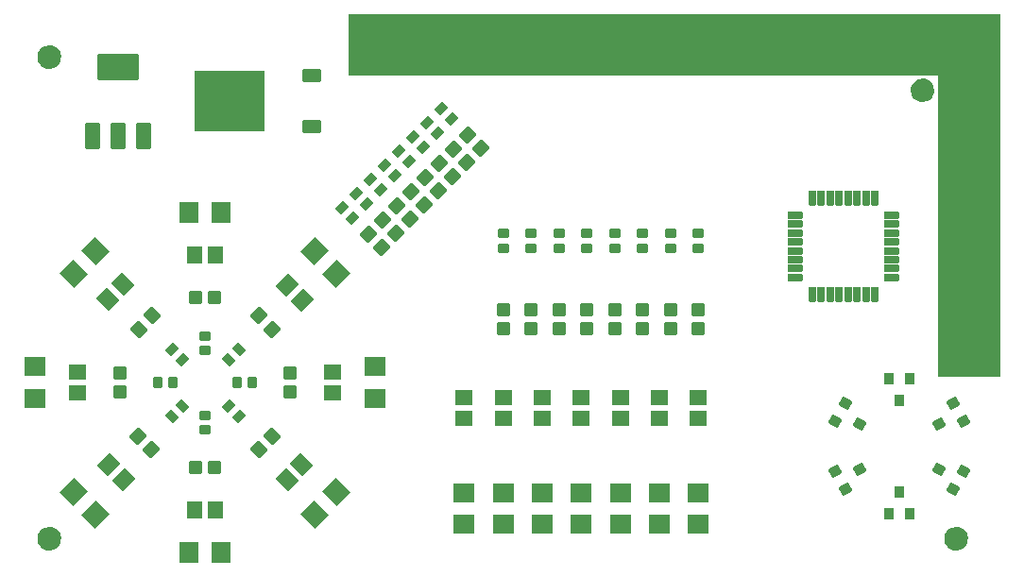
<source format=gbr>
%TF.GenerationSoftware,KiCad,Pcbnew,6.0.11-2627ca5db0~126~ubuntu20.04.1*%
%TF.CreationDate,2023-07-21T22:08:41+02:00*%
%TF.ProjectId,Demo Board v2,44656d6f-2042-46f6-9172-642076322e6b,rev?*%
%TF.SameCoordinates,Original*%
%TF.FileFunction,Soldermask,Bot*%
%TF.FilePolarity,Negative*%
%FSLAX46Y46*%
G04 Gerber Fmt 4.6, Leading zero omitted, Abs format (unit mm)*
G04 Created by KiCad (PCBNEW 6.0.11-2627ca5db0~126~ubuntu20.04.1) date 2023-07-21 22:08:41*
%MOMM*%
%LPD*%
G01*
G04 APERTURE LIST*
G04 Aperture macros list*
%AMRoundRect*
0 Rectangle with rounded corners*
0 $1 Rounding radius*
0 $2 $3 $4 $5 $6 $7 $8 $9 X,Y pos of 4 corners*
0 Add a 4 corners polygon primitive as box body*
4,1,4,$2,$3,$4,$5,$6,$7,$8,$9,$2,$3,0*
0 Add four circle primitives for the rounded corners*
1,1,$1+$1,$2,$3*
1,1,$1+$1,$4,$5*
1,1,$1+$1,$6,$7*
1,1,$1+$1,$8,$9*
0 Add four rect primitives between the rounded corners*
20,1,$1+$1,$2,$3,$4,$5,0*
20,1,$1+$1,$4,$5,$6,$7,0*
20,1,$1+$1,$6,$7,$8,$9,0*
20,1,$1+$1,$8,$9,$2,$3,0*%
G04 Aperture macros list end*
%ADD10C,0.100000*%
%ADD11RoundRect,0.050800X-0.550000X0.500000X-0.550000X-0.500000X0.550000X-0.500000X0.550000X0.500000X0*%
%ADD12RoundRect,0.050800X-0.750000X0.650000X-0.750000X-0.650000X0.750000X-0.650000X0.750000X0.650000X0*%
%ADD13RoundRect,0.050800X-0.450000X0.350000X-0.450000X-0.350000X0.450000X-0.350000X0.450000X0.350000X0*%
%ADD14RoundRect,0.050800X-0.989949X-0.070711X-0.070711X-0.989949X0.989949X0.070711X0.070711X0.989949X0*%
%ADD15RoundRect,0.050800X-0.650000X-0.750000X0.650000X-0.750000X0.650000X0.750000X-0.650000X0.750000X0*%
%ADD16RoundRect,0.050800X0.742462X0.035355X0.035355X0.742462X-0.742462X-0.035355X-0.035355X-0.742462X0*%
%ADD17RoundRect,0.050800X0.800000X0.901500X-0.800000X0.901500X-0.800000X-0.901500X0.800000X-0.901500X0*%
%ADD18RoundRect,0.050800X0.071771X-1.203142X1.203142X-0.071771X-0.071771X1.203142X-1.203142X0.071771X0*%
%ADD19RoundRect,0.050800X0.901500X-0.800000X0.901500X0.800000X-0.901500X0.800000X-0.901500X-0.800000X0*%
%ADD20RoundRect,0.050800X-0.565685X-0.070711X-0.070711X-0.565685X0.565685X0.070711X0.070711X0.565685X0*%
%ADD21RoundRect,0.050800X0.635000X0.279400X-0.635000X0.279400X-0.635000X-0.279400X0.635000X-0.279400X0*%
%ADD22RoundRect,0.050800X0.279400X0.635000X-0.279400X0.635000X-0.279400X-0.635000X0.279400X-0.635000X0*%
%ADD23RoundRect,0.050800X-0.071771X1.203142X-1.203142X0.071771X0.071771X-1.203142X1.203142X-0.071771X0*%
%ADD24RoundRect,0.050800X0.750000X-0.650000X0.750000X0.650000X-0.750000X0.650000X-0.750000X-0.650000X0*%
%ADD25RoundRect,0.050800X0.450000X-0.350000X0.450000X0.350000X-0.450000X0.350000X-0.450000X-0.350000X0*%
%ADD26RoundRect,0.050800X-0.189711X0.571410X-0.589711X-0.121410X0.189711X-0.571410X0.589711X0.121410X0*%
%ADD27RoundRect,0.050800X-0.800000X0.500000X-0.800000X-0.500000X0.800000X-0.500000X0.800000X0.500000X0*%
%ADD28RoundRect,0.050800X-3.100000X2.700000X-3.100000X-2.700000X3.100000X-2.700000X3.100000X2.700000X0*%
%ADD29RoundRect,0.050800X-0.350000X-0.450000X0.350000X-0.450000X0.350000X0.450000X-0.350000X0.450000X0*%
%ADD30RoundRect,0.050800X0.565685X0.070711X0.070711X0.565685X-0.565685X-0.070711X-0.070711X-0.565685X0*%
%ADD31RoundRect,0.050800X-0.742462X-0.035355X-0.035355X-0.742462X0.742462X0.035355X0.035355X0.742462X0*%
%ADD32RoundRect,0.050800X0.609600X1.117600X-0.609600X1.117600X-0.609600X-1.117600X0.609600X-1.117600X0*%
%ADD33RoundRect,0.050800X1.800000X1.100000X-1.800000X1.100000X-1.800000X-1.100000X1.800000X-1.100000X0*%
%ADD34RoundRect,0.050800X0.989949X0.070711X0.070711X0.989949X-0.989949X-0.070711X-0.070711X-0.989949X0*%
%ADD35RoundRect,0.050800X-0.070711X0.989949X-0.989949X0.070711X0.070711X-0.989949X0.989949X-0.070711X0*%
%ADD36RoundRect,0.050800X-0.035355X0.742462X-0.742462X0.035355X0.035355X-0.742462X0.742462X-0.035355X0*%
%ADD37RoundRect,0.050800X0.589711X-0.121410X0.189711X0.571410X-0.589711X0.121410X-0.189711X-0.571410X0*%
%ADD38RoundRect,0.050800X0.650000X0.750000X-0.650000X0.750000X-0.650000X-0.750000X0.650000X-0.750000X0*%
%ADD39RoundRect,0.050800X-1.203142X-0.071771X-0.071771X-1.203142X1.203142X0.071771X0.071771X1.203142X0*%
%ADD40RoundRect,0.050800X0.400000X0.450000X-0.400000X0.450000X-0.400000X-0.450000X0.400000X-0.450000X0*%
%ADD41RoundRect,0.050800X-0.589711X0.121410X-0.189711X-0.571410X0.589711X-0.121410X0.189711X0.571410X0*%
%ADD42RoundRect,0.050800X-0.400000X-0.450000X0.400000X-0.450000X0.400000X0.450000X-0.400000X0.450000X0*%
%ADD43RoundRect,0.050800X-0.500000X-0.550000X0.500000X-0.550000X0.500000X0.550000X-0.500000X0.550000X0*%
%ADD44RoundRect,0.050800X-0.070711X0.565685X-0.565685X0.070711X0.070711X-0.565685X0.565685X-0.070711X0*%
%ADD45RoundRect,0.050800X0.035355X-0.742462X0.742462X-0.035355X-0.035355X0.742462X-0.742462X0.035355X0*%
%ADD46RoundRect,0.050800X-0.800000X-0.901500X0.800000X-0.901500X0.800000X0.901500X-0.800000X0.901500X0*%
%ADD47RoundRect,0.050800X-0.901500X0.800000X-0.901500X-0.800000X0.901500X-0.800000X0.901500X0.800000X0*%
%ADD48RoundRect,0.050800X0.189711X-0.571410X0.589711X0.121410X-0.189711X0.571410X-0.589711X-0.121410X0*%
%ADD49RoundRect,0.050800X0.070711X-0.989949X0.989949X-0.070711X-0.070711X0.989949X-0.989949X0.070711X0*%
%ADD50RoundRect,0.050800X0.350000X0.450000X-0.350000X0.450000X-0.350000X-0.450000X0.350000X-0.450000X0*%
%ADD51RoundRect,0.050800X1.203142X0.071771X0.071771X1.203142X-1.203142X-0.071771X-0.071771X-1.203142X0*%
G04 APERTURE END LIST*
D10*
X193040000Y-79560000D02*
X187500000Y-79560000D01*
X187500000Y-79560000D02*
X187500000Y-112000000D01*
X187500000Y-112000000D02*
X193040000Y-112000000D01*
X193040000Y-112000000D02*
X193040000Y-79560000D01*
G36*
X193040000Y-79560000D02*
G01*
X187500000Y-79560000D01*
X187500000Y-112000000D01*
X193040000Y-112000000D01*
X193040000Y-79560000D01*
G37*
X134710000Y-79560000D02*
X193000000Y-79560000D01*
X193000000Y-79560000D02*
X193000000Y-85000000D01*
X193000000Y-85000000D02*
X134710000Y-85000000D01*
X134710000Y-85000000D02*
X134710000Y-79560000D01*
G36*
X134710000Y-79560000D02*
G01*
X193000000Y-79560000D01*
X193000000Y-85000000D01*
X134710000Y-85000000D01*
X134710000Y-79560000D01*
G37*
%TO.C,FID-8*%
G36*
X189348638Y-125550234D02*
G01*
X189548201Y-125610770D01*
X189732119Y-125709076D01*
X189893326Y-125841374D01*
X190025624Y-126002581D01*
X190125422Y-126189290D01*
X190205217Y-126590450D01*
X190184466Y-126801138D01*
X190123930Y-127000701D01*
X190025624Y-127184619D01*
X189893326Y-127345826D01*
X189732119Y-127478124D01*
X189545410Y-127577922D01*
X189144250Y-127657717D01*
X188933562Y-127636966D01*
X188733999Y-127576430D01*
X188550081Y-127478124D01*
X188388874Y-127345826D01*
X188256576Y-127184619D01*
X188156778Y-126997910D01*
X188076983Y-126596750D01*
X188097734Y-126386062D01*
X188158270Y-126186499D01*
X188256576Y-126002581D01*
X188388874Y-125841374D01*
X188550081Y-125709076D01*
X188736790Y-125609278D01*
X189137950Y-125529483D01*
X189348638Y-125550234D01*
G37*
%TO.C,FID-7*%
G36*
X186348638Y-85370234D02*
G01*
X186548201Y-85430770D01*
X186732119Y-85529076D01*
X186893326Y-85661374D01*
X187025624Y-85822581D01*
X187125422Y-86009290D01*
X187205217Y-86410450D01*
X187184466Y-86621138D01*
X187123930Y-86820701D01*
X187025624Y-87004619D01*
X186893326Y-87165826D01*
X186732119Y-87298124D01*
X186545410Y-87397922D01*
X186144250Y-87477717D01*
X185933562Y-87456966D01*
X185733999Y-87396430D01*
X185550081Y-87298124D01*
X185388874Y-87165826D01*
X185256576Y-87004619D01*
X185156778Y-86817910D01*
X185076983Y-86416750D01*
X185097734Y-86206062D01*
X185158270Y-86006499D01*
X185256576Y-85822581D01*
X185388874Y-85661374D01*
X185550081Y-85529076D01*
X185736790Y-85429278D01*
X186137950Y-85349483D01*
X186348638Y-85370234D01*
G37*
%TO.C,FID-5*%
G36*
X108068638Y-125550234D02*
G01*
X108268201Y-125610770D01*
X108452119Y-125709076D01*
X108613326Y-125841374D01*
X108745624Y-126002581D01*
X108845422Y-126189290D01*
X108925217Y-126590450D01*
X108904466Y-126801138D01*
X108843930Y-127000701D01*
X108745624Y-127184619D01*
X108613326Y-127345826D01*
X108452119Y-127478124D01*
X108265410Y-127577922D01*
X107864250Y-127657717D01*
X107653562Y-127636966D01*
X107453999Y-127576430D01*
X107270081Y-127478124D01*
X107108874Y-127345826D01*
X106976576Y-127184619D01*
X106876778Y-126997910D01*
X106796983Y-126596750D01*
X106817734Y-126386062D01*
X106878270Y-126186499D01*
X106976576Y-126002581D01*
X107108874Y-125841374D01*
X107270081Y-125709076D01*
X107456790Y-125609278D01*
X107857950Y-125529483D01*
X108068638Y-125550234D01*
G37*
%TO.C,FID-6*%
G36*
X108068638Y-82370234D02*
G01*
X108268201Y-82430770D01*
X108452119Y-82529076D01*
X108613326Y-82661374D01*
X108745624Y-82822581D01*
X108845422Y-83009290D01*
X108925217Y-83410450D01*
X108904466Y-83621138D01*
X108843930Y-83820701D01*
X108745624Y-84004619D01*
X108613326Y-84165826D01*
X108452119Y-84298124D01*
X108265410Y-84397922D01*
X107864250Y-84477717D01*
X107653562Y-84456966D01*
X107453999Y-84396430D01*
X107270081Y-84298124D01*
X107108874Y-84165826D01*
X106976576Y-84004619D01*
X106876778Y-83817910D01*
X106796983Y-83416750D01*
X106817734Y-83206062D01*
X106878270Y-83006499D01*
X106976576Y-82822581D01*
X107108874Y-82661374D01*
X107270081Y-82529076D01*
X107456790Y-82429278D01*
X107857950Y-82349483D01*
X108068638Y-82370234D01*
G37*
%TD*%
D11*
%TO.C,R0603-26*%
X151051100Y-106053600D03*
X151051100Y-107753600D03*
%TD*%
D12*
%TO.C,R0805-10*%
X133261100Y-111673600D03*
X133261100Y-113573600D03*
%TD*%
D13*
%TO.C,R0402-20*%
X156051100Y-99253600D03*
X156051100Y-100553600D03*
%TD*%
D14*
%TO.C,R0805-11*%
X129214820Y-103896374D03*
X130558322Y-105239876D03*
%TD*%
D15*
%TO.C,R0805-12*%
X120881100Y-101193600D03*
X122781100Y-101193600D03*
%TD*%
D16*
%TO.C,R0603-19*%
X140212141Y-97984641D03*
X139010059Y-96782559D03*
%TD*%
D17*
%TO.C,R1206-12*%
X123253100Y-97383600D03*
X120409100Y-97383600D03*
%TD*%
D18*
%TO.C,R1206-9*%
X131620594Y-124424106D03*
X133631606Y-122413094D03*
%TD*%
D19*
%TO.C,R1206-21*%
X159051100Y-125325600D03*
X159051100Y-122481600D03*
%TD*%
D13*
%TO.C,R0402-17*%
X148551100Y-99253600D03*
X148551100Y-100553600D03*
%TD*%
D20*
%TO.C,R0402-25*%
X134071481Y-96923981D03*
X134990719Y-97843219D03*
%TD*%
D19*
%TO.C,R1206-10*%
X137071100Y-114045600D03*
X137071100Y-111201600D03*
%TD*%
D11*
%TO.C,R0603-32*%
X166051100Y-106053600D03*
X166051100Y-107753600D03*
%TD*%
D12*
%TO.C,R0805-20*%
X155551100Y-113953600D03*
X155551100Y-115853600D03*
%TD*%
D21*
%TO.C,TQFP-32-2*%
X183343700Y-97603600D03*
X183343700Y-98403600D03*
X183343700Y-99203600D03*
X183343700Y-100003600D03*
X183343700Y-100803600D03*
X183343700Y-101603600D03*
X183343700Y-102403600D03*
X183343700Y-103203600D03*
D22*
X181851100Y-104696200D03*
X181051100Y-104696200D03*
X180251100Y-104696200D03*
X179451100Y-104696200D03*
X178651100Y-104696200D03*
X177851100Y-104696200D03*
X177051100Y-104696200D03*
X176251100Y-104696200D03*
D21*
X174758500Y-103203600D03*
X174758500Y-102403600D03*
X174758500Y-101603600D03*
X174758500Y-100803600D03*
X174758500Y-100003600D03*
X174758500Y-99203600D03*
X174758500Y-98403600D03*
X174758500Y-97603600D03*
D22*
X176251100Y-96111000D03*
X177051100Y-96111000D03*
X177851100Y-96111000D03*
X178651100Y-96111000D03*
X179451100Y-96111000D03*
X180251100Y-96111000D03*
X181051100Y-96111000D03*
X181851100Y-96111000D03*
%TD*%
D23*
%TO.C,R1206-13*%
X112041606Y-100823094D03*
X110030594Y-102834106D03*
%TD*%
D20*
%TO.C,R0402-29*%
X139151481Y-91843981D03*
X140070719Y-92763219D03*
%TD*%
D11*
%TO.C,R0603-31*%
X163551100Y-106053600D03*
X163551100Y-107753600D03*
%TD*%
D24*
%TO.C,R0805-14*%
X110401100Y-113573600D03*
X110401100Y-111673600D03*
%TD*%
D19*
%TO.C,R1206-19*%
X152051100Y-125325600D03*
X152051100Y-122481600D03*
%TD*%
D25*
%TO.C,R0402-16*%
X121831100Y-116829600D03*
X121831100Y-115529600D03*
%TD*%
D12*
%TO.C,R0805-19*%
X152051100Y-113953600D03*
X152051100Y-115853600D03*
%TD*%
D26*
%TO.C,SOT-23-9*%
X189847125Y-120555876D03*
X188897125Y-122201324D03*
X187640075Y-120378600D03*
%TD*%
D13*
%TO.C,R0402-24*%
X166051100Y-99253600D03*
X166051100Y-100553600D03*
%TD*%
D19*
%TO.C,R1206-23*%
X166051100Y-125325600D03*
X166051100Y-122481600D03*
%TD*%
D20*
%TO.C,R0402-27*%
X136611481Y-94383981D03*
X137530719Y-95303219D03*
%TD*%
D19*
%TO.C,R1206-22*%
X162551100Y-125325600D03*
X162551100Y-122481600D03*
%TD*%
D13*
%TO.C,R0402-18*%
X151051100Y-99253600D03*
X151051100Y-100553600D03*
%TD*%
D11*
%TO.C,R0603-27*%
X153551100Y-106053600D03*
X153551100Y-107753600D03*
%TD*%
D27*
%TO.C,SOT-251-2*%
X131351100Y-85123600D03*
X131351100Y-89683600D03*
D28*
X124051100Y-87403600D03*
%TD*%
D29*
%TO.C,R0402-14*%
X117625100Y-112623600D03*
X118925100Y-112623600D03*
%TD*%
D11*
%TO.C,R0603-10*%
X129451100Y-111773600D03*
X129451100Y-113473600D03*
%TD*%
D30*
%TO.C,R0402-9*%
X124830719Y-115623219D03*
X123911481Y-114703981D03*
%TD*%
D31*
%TO.C,R0603-15*%
X115832559Y-117420059D03*
X117034641Y-118622141D03*
%TD*%
D11*
%TO.C,R0603-14*%
X114211100Y-111773600D03*
X114211100Y-113473600D03*
%TD*%
D16*
%TO.C,R0603-20*%
X141482141Y-96714641D03*
X140280059Y-95512559D03*
%TD*%
D32*
%TO.C,SOT-223-2*%
X116362500Y-90502400D03*
X114051100Y-90502400D03*
X111739700Y-90502400D03*
D33*
X114051100Y-84304600D03*
%TD*%
D34*
%TO.C,R0805-15*%
X114510879Y-121287326D03*
X113167377Y-119943824D03*
%TD*%
D20*
%TO.C,R0402-28*%
X137881481Y-93113981D03*
X138800719Y-94033219D03*
%TD*%
D13*
%TO.C,R0402-22*%
X161051100Y-99253600D03*
X161051100Y-100553600D03*
%TD*%
D16*
%TO.C,R0603-24*%
X146562141Y-91634641D03*
X145360059Y-90432559D03*
%TD*%
D35*
%TO.C,R0805-13*%
X114447376Y-103832878D03*
X113103874Y-105176380D03*
%TD*%
D36*
%TO.C,R0603-13*%
X117098141Y-106625059D03*
X115896059Y-107827141D03*
%TD*%
D20*
%TO.C,R0402-32*%
X142961481Y-88033981D03*
X143880719Y-88953219D03*
%TD*%
D11*
%TO.C,R0603-30*%
X161051100Y-106053600D03*
X161051100Y-107753600D03*
%TD*%
D12*
%TO.C,R0805-23*%
X166051100Y-113953600D03*
X166051100Y-115853600D03*
%TD*%
D30*
%TO.C,R0402-13*%
X119750719Y-110543219D03*
X118831481Y-109623981D03*
%TD*%
D37*
%TO.C,SOT-23-11*%
X179225075Y-122201324D03*
X178275075Y-120555876D03*
X180482125Y-120378600D03*
%TD*%
D12*
%TO.C,R0805-21*%
X159051100Y-113953600D03*
X159051100Y-115853600D03*
%TD*%
D19*
%TO.C,R1206-20*%
X155551100Y-125325600D03*
X155551100Y-122481600D03*
%TD*%
D20*
%TO.C,R0402-30*%
X140421481Y-90573981D03*
X141340719Y-91493219D03*
%TD*%
D38*
%TO.C,R0805-16*%
X122781100Y-124053600D03*
X120881100Y-124053600D03*
%TD*%
D39*
%TO.C,R1206-15*%
X110030594Y-122413094D03*
X112041606Y-124424106D03*
%TD*%
D40*
%TO.C,SOT-23-10*%
X185011100Y-124418600D03*
X183111100Y-124418600D03*
X184061100Y-122418600D03*
%TD*%
D16*
%TO.C,R0603-21*%
X142752141Y-95444641D03*
X141550059Y-94242559D03*
%TD*%
D41*
%TO.C,SOT-23-8*%
X188897125Y-114475876D03*
X189847125Y-116121324D03*
X187640075Y-116298600D03*
%TD*%
D42*
%TO.C,SOT-23-7*%
X183111100Y-112258600D03*
X185011100Y-112258600D03*
X184061100Y-114258600D03*
%TD*%
D11*
%TO.C,R0603-29*%
X158551100Y-106053600D03*
X158551100Y-107753600D03*
%TD*%
%TO.C,R0603-28*%
X156051100Y-106053600D03*
X156051100Y-107753600D03*
%TD*%
D43*
%TO.C,R0603-16*%
X120981100Y-120243600D03*
X122681100Y-120243600D03*
%TD*%
D11*
%TO.C,R0603-25*%
X148551100Y-106053600D03*
X148551100Y-107753600D03*
%TD*%
D44*
%TO.C,R0402-11*%
X124830719Y-109623981D03*
X123911481Y-110543219D03*
%TD*%
D45*
%TO.C,R0603-9*%
X126627559Y-118622141D03*
X127829641Y-117420059D03*
%TD*%
D16*
%TO.C,R0603-17*%
X137672141Y-100524641D03*
X136470059Y-99322559D03*
%TD*%
D13*
%TO.C,R0402-23*%
X163551100Y-99253600D03*
X163551100Y-100553600D03*
%TD*%
%TO.C,R0402-12*%
X121831100Y-108417600D03*
X121831100Y-109717600D03*
%TD*%
D46*
%TO.C,R1206-16*%
X120409100Y-127863600D03*
X123253100Y-127863600D03*
%TD*%
D20*
%TO.C,R0402-31*%
X141691481Y-89303981D03*
X142610719Y-90223219D03*
%TD*%
D47*
%TO.C,R1206-14*%
X106591100Y-111201600D03*
X106591100Y-114045600D03*
%TD*%
D13*
%TO.C,R0402-19*%
X153551100Y-99253600D03*
X153551100Y-100553600D03*
%TD*%
D48*
%TO.C,SOT-23-12*%
X178275075Y-116121324D03*
X179225075Y-114475876D03*
X180482125Y-116298600D03*
%TD*%
D13*
%TO.C,R0402-21*%
X158551100Y-99253600D03*
X158551100Y-100553600D03*
%TD*%
D16*
%TO.C,R0603-11*%
X127829641Y-107827141D03*
X126627559Y-106625059D03*
%TD*%
D43*
%TO.C,R0603-12*%
X120981100Y-105003600D03*
X122681100Y-105003600D03*
%TD*%
D16*
%TO.C,R0603-23*%
X145292141Y-92904641D03*
X144090059Y-91702559D03*
%TD*%
D49*
%TO.C,R0805-9*%
X129151324Y-121287323D03*
X130494826Y-119943821D03*
%TD*%
D16*
%TO.C,R0603-22*%
X144022141Y-94174641D03*
X142820059Y-92972559D03*
%TD*%
D44*
%TO.C,R0402-15*%
X119750719Y-114703981D03*
X118831481Y-115623219D03*
%TD*%
D16*
%TO.C,R0603-18*%
X138942141Y-99254641D03*
X137740059Y-98052559D03*
%TD*%
D20*
%TO.C,R0402-26*%
X135341481Y-95653981D03*
X136260719Y-96573219D03*
%TD*%
D19*
%TO.C,R1206-17*%
X145051100Y-125325600D03*
X145051100Y-122481600D03*
%TD*%
D50*
%TO.C,R0402-10*%
X126037100Y-112623600D03*
X124737100Y-112623600D03*
%TD*%
D51*
%TO.C,R1206-11*%
X133631606Y-102834106D03*
X131620594Y-100823094D03*
%TD*%
D12*
%TO.C,R0805-18*%
X148551100Y-113953600D03*
X148551100Y-115853600D03*
%TD*%
%TO.C,R0805-17*%
X145051100Y-113953600D03*
X145051100Y-115853600D03*
%TD*%
D19*
%TO.C,R1206-18*%
X148551100Y-125325600D03*
X148551100Y-122481600D03*
%TD*%
D12*
%TO.C,R0805-22*%
X162551100Y-113953600D03*
X162551100Y-115853600D03*
%TD*%
M02*

</source>
